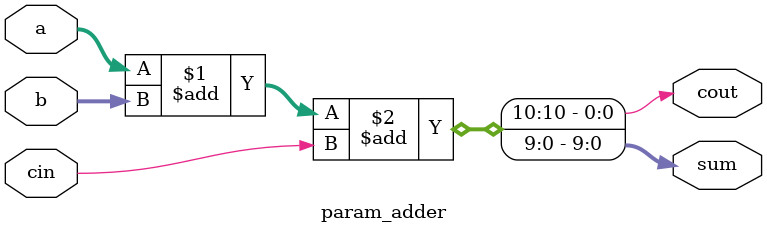
<source format=v>

`timescale 1ns / 1ps
`define size 10
module param_adder(cout, sum, a, b, cin);

output cout;
output [`size-1:0] sum; 	 // sum uses the size parameter
input cin;
input [`size-1:0] a, b;  // 'a' and 'b' use the size parameter

assign {cout, sum} = a + b + cin;

endmodule
</source>
